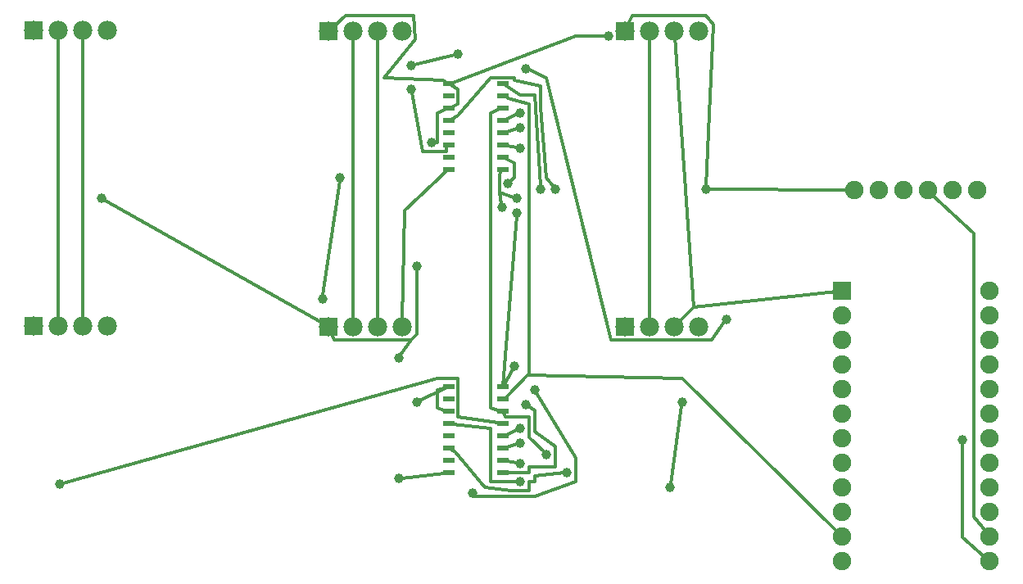
<source format=gbl>
G04 MADE WITH FRITZING*
G04 WWW.FRITZING.ORG*
G04 DOUBLE SIDED*
G04 HOLES PLATED*
G04 CONTOUR ON CENTER OF CONTOUR VECTOR*
%ASAXBY*%
%FSLAX23Y23*%
%MOIN*%
%OFA0B0*%
%SFA1.0B1.0*%
%ADD10C,0.075000*%
%ADD11C,0.078027*%
%ADD12C,0.078000*%
%ADD13C,0.039370*%
%ADD14R,0.077986X0.077944*%
%ADD15R,0.047244X0.023622*%
%ADD16R,0.075000X0.075000*%
%ADD17C,0.012000*%
%LNCOPPER0*%
G90*
G70*
G54D10*
X3925Y1668D03*
X4025Y1668D03*
X4125Y1668D03*
X4225Y1668D03*
X4325Y1668D03*
X3825Y1668D03*
X3925Y1668D03*
X4025Y1668D03*
X4125Y1668D03*
X4225Y1668D03*
X4325Y1668D03*
X3825Y1668D03*
G54D11*
X3194Y2316D03*
G54D12*
X3094Y2316D03*
X2994Y2316D03*
X2894Y2316D03*
G54D11*
X1987Y2316D03*
G54D12*
X1887Y2316D03*
X1787Y2316D03*
X1687Y2316D03*
G54D11*
X788Y2317D03*
G54D12*
X688Y2317D03*
X588Y2317D03*
X488Y2317D03*
G54D11*
X788Y1114D03*
G54D12*
X688Y1114D03*
X588Y1114D03*
X488Y1114D03*
G54D11*
X1987Y1113D03*
G54D12*
X1887Y1113D03*
X1787Y1113D03*
X1687Y1113D03*
G54D11*
X3194Y1113D03*
G54D12*
X3094Y1113D03*
X2994Y1113D03*
X2894Y1113D03*
G54D10*
X3776Y1259D03*
X4376Y1259D03*
X3776Y1159D03*
X4376Y1159D03*
X3776Y1059D03*
X4376Y1059D03*
X3776Y959D03*
X4376Y959D03*
X3776Y859D03*
X4376Y859D03*
X3776Y759D03*
X4376Y759D03*
X3776Y659D03*
X4376Y659D03*
X3776Y559D03*
X4376Y559D03*
X3776Y459D03*
X4376Y459D03*
X3776Y359D03*
X4376Y359D03*
X3776Y259D03*
X4376Y259D03*
X3776Y159D03*
X4376Y159D03*
G54D13*
X1974Y494D03*
X2466Y482D03*
X2466Y638D03*
X2466Y698D03*
X2466Y554D03*
X2574Y590D03*
X2466Y1922D03*
X2466Y1982D03*
X1734Y1718D03*
X1662Y1226D03*
X2466Y1838D03*
X2418Y1694D03*
X2454Y1634D03*
X2490Y794D03*
X2394Y1598D03*
X2658Y518D03*
X594Y470D03*
X2550Y1670D03*
X2454Y1574D03*
X2274Y434D03*
X2526Y854D03*
X2442Y950D03*
X2610Y1670D03*
X2106Y1862D03*
X2046Y1358D03*
X2046Y806D03*
X1974Y986D03*
X2826Y2294D03*
X3222Y1670D03*
X3078Y458D03*
X3126Y806D03*
X762Y1634D03*
X3306Y1142D03*
X2490Y2162D03*
X2214Y2222D03*
X2022Y2174D03*
X2022Y2078D03*
X4266Y650D03*
G54D14*
X2894Y2316D03*
X1687Y2316D03*
X488Y2317D03*
X488Y1114D03*
X1687Y1113D03*
X2894Y1113D03*
G54D15*
X2175Y1750D03*
X2175Y1800D03*
X2175Y1850D03*
X2175Y1900D03*
X2175Y1950D03*
X2175Y2000D03*
X2175Y2050D03*
X2175Y2100D03*
X2395Y2100D03*
X2395Y2050D03*
X2395Y2000D03*
X2395Y1950D03*
X2395Y1900D03*
X2395Y1850D03*
X2395Y1800D03*
X2395Y1750D03*
X2175Y517D03*
X2175Y567D03*
X2175Y617D03*
X2175Y667D03*
X2175Y717D03*
X2175Y767D03*
X2175Y817D03*
X2175Y867D03*
X2395Y867D03*
X2395Y817D03*
X2395Y767D03*
X2395Y717D03*
X2395Y667D03*
X2395Y617D03*
X2395Y567D03*
X2395Y517D03*
G54D16*
X3776Y1259D03*
G54D17*
X2168Y1744D02*
X1998Y1586D01*
X1998Y1586D02*
X1987Y1138D01*
D02*
X2157Y515D02*
X1987Y496D01*
D02*
X588Y2293D02*
X588Y1139D01*
D02*
X1787Y2292D02*
X1787Y1138D01*
D02*
X2994Y2291D02*
X2994Y1138D01*
D02*
X2193Y715D02*
X2346Y698D01*
X2346Y698D02*
X2346Y482D01*
X2346Y482D02*
X2453Y482D01*
D02*
X2414Y622D02*
X2453Y634D01*
D02*
X2409Y673D02*
X2454Y693D01*
D02*
X2414Y564D02*
X2453Y557D01*
D02*
X2378Y1994D02*
X2346Y1982D01*
X2346Y1982D02*
X2346Y782D01*
X2346Y782D02*
X2377Y772D01*
D02*
X2565Y600D02*
X2502Y662D01*
X2502Y662D02*
X2502Y746D01*
X2502Y746D02*
X2406Y746D01*
X2406Y746D02*
X2399Y760D01*
D02*
X2414Y1906D02*
X2453Y1918D01*
D02*
X2409Y1956D02*
X2454Y1977D01*
D02*
X1732Y1705D02*
X1664Y1240D01*
D02*
X2414Y1847D02*
X2453Y1840D01*
D02*
X2406Y823D02*
X2418Y830D01*
X2418Y830D02*
X2496Y914D01*
X2496Y914D02*
X2502Y914D01*
X2502Y914D02*
X2502Y2018D01*
X2502Y2018D02*
X2418Y2042D01*
X2418Y2042D02*
X2414Y2044D01*
D02*
X3759Y275D02*
X3126Y902D01*
X3126Y902D02*
X2496Y914D01*
D02*
X2428Y1704D02*
X2442Y1718D01*
X2442Y1718D02*
X2442Y1778D01*
X2442Y1778D02*
X2409Y1794D01*
D02*
X2391Y1744D02*
X2382Y1730D01*
X2382Y1730D02*
X2382Y1658D01*
X2382Y1658D02*
X2441Y1639D01*
D02*
X2414Y518D02*
X2418Y518D01*
X2418Y518D02*
X2502Y518D01*
X2502Y518D02*
X2502Y542D01*
X2502Y542D02*
X2610Y542D01*
X2610Y542D02*
X2610Y626D01*
X2610Y626D02*
X2526Y686D01*
X2526Y686D02*
X2526Y770D01*
X2526Y770D02*
X2501Y787D01*
D02*
X2391Y1611D02*
X2382Y1658D01*
D02*
X2187Y610D02*
X2202Y602D01*
X2202Y602D02*
X2322Y458D01*
X2322Y458D02*
X2430Y446D01*
X2430Y446D02*
X2502Y446D01*
X2502Y446D02*
X2502Y482D01*
X2502Y482D02*
X2526Y482D01*
X2526Y482D02*
X2526Y506D01*
X2526Y506D02*
X2645Y517D01*
D02*
X2377Y720D02*
X2214Y746D01*
X2214Y746D02*
X2214Y902D01*
X2214Y902D02*
X2130Y902D01*
X2130Y902D02*
X607Y474D01*
D02*
X2405Y2094D02*
X2466Y2054D01*
X2466Y2054D02*
X2526Y2054D01*
X2526Y2054D02*
X2549Y1684D01*
D02*
X2453Y1561D02*
X2396Y873D01*
D02*
X2274Y421D02*
X2274Y422D01*
X2274Y422D02*
X2526Y422D01*
X2526Y422D02*
X2694Y482D01*
X2694Y482D02*
X2694Y578D01*
X2694Y578D02*
X2533Y843D01*
D02*
X2435Y939D02*
X2399Y873D01*
D02*
X2602Y1681D02*
X2574Y1718D01*
X2574Y1718D02*
X2550Y2006D01*
X2550Y2006D02*
X2550Y2090D01*
X2550Y2090D02*
X2442Y2114D01*
X2442Y2114D02*
X2442Y2126D01*
X2442Y2126D02*
X2346Y2126D01*
X2346Y2126D02*
X2214Y1970D01*
X2214Y1970D02*
X2187Y1956D01*
D02*
X3753Y1256D02*
X3174Y1190D01*
X3174Y1190D02*
X3112Y1130D01*
D02*
X3096Y2292D02*
X3174Y1190D01*
D02*
X1887Y1138D02*
X1887Y2292D01*
D02*
X688Y1139D02*
X688Y2293D01*
D02*
X2188Y2006D02*
X2214Y2018D01*
X2214Y2018D02*
X2214Y2078D01*
X2214Y2078D02*
X2186Y2094D01*
D02*
X1705Y2332D02*
X1758Y2378D01*
X1758Y2378D02*
X2034Y2378D01*
X2034Y2378D02*
X2040Y2282D01*
X2040Y2282D02*
X1914Y2126D01*
X1914Y2126D02*
X2154Y2114D01*
X2154Y2114D02*
X2166Y2106D01*
D02*
X2119Y1862D02*
X2130Y1862D01*
X2130Y1862D02*
X2130Y1982D01*
X2130Y1982D02*
X2159Y1994D01*
D02*
X1696Y1091D02*
X1710Y1058D01*
X1710Y1058D02*
X2022Y1058D01*
X2022Y1058D02*
X2046Y1082D01*
X2046Y1082D02*
X2046Y1345D01*
D02*
X2162Y860D02*
X2058Y812D01*
D02*
X1981Y997D02*
X2022Y1058D01*
D02*
X2157Y773D02*
X2130Y782D01*
X2130Y782D02*
X2130Y854D01*
X2130Y854D02*
X2157Y862D01*
D02*
X2813Y2294D02*
X2694Y2294D01*
X2694Y2294D02*
X2192Y2106D01*
D02*
X3223Y1684D02*
X3252Y2342D01*
X3252Y2342D02*
X3222Y2378D01*
X3222Y2378D02*
X2922Y2378D01*
X2922Y2378D02*
X2904Y2338D01*
D02*
X3802Y1668D02*
X3235Y1670D01*
D02*
X3080Y472D02*
X3124Y793D01*
D02*
X774Y1628D02*
X1665Y1125D01*
D02*
X3298Y1131D02*
X3246Y1058D01*
X3246Y1058D02*
X2838Y1058D01*
X2838Y1058D02*
X2574Y2126D01*
X2574Y2126D02*
X2502Y2157D01*
D02*
X2201Y2219D02*
X2035Y2178D01*
D02*
X2025Y2065D02*
X2070Y1826D01*
X2070Y1826D02*
X2166Y1826D01*
X2166Y1826D02*
X2166Y1838D01*
X2166Y1838D02*
X2170Y1844D01*
D02*
X4141Y1653D02*
X4314Y1490D01*
X4314Y1490D02*
X4314Y338D01*
X4314Y338D02*
X4362Y277D01*
D02*
X4358Y174D02*
X4266Y254D01*
X4266Y254D02*
X4266Y637D01*
G04 End of Copper0*
M02*
</source>
